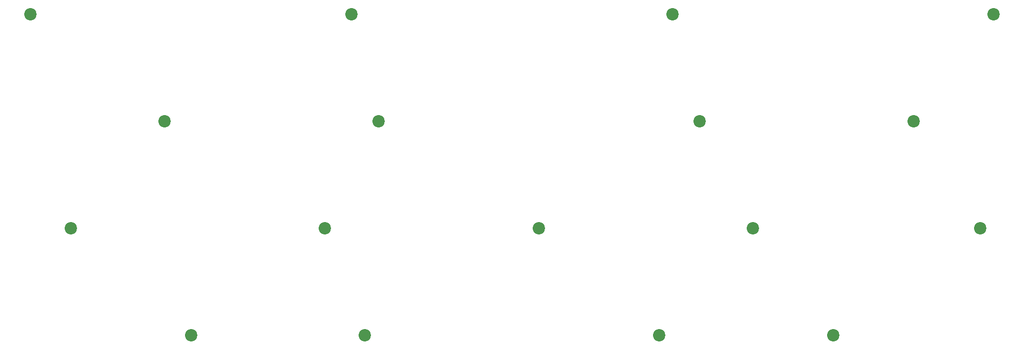
<source format=gbr>
%TF.GenerationSoftware,KiCad,Pcbnew,(7.0.0)*%
%TF.CreationDate,2023-08-01T20:03:55+02:00*%
%TF.ProjectId,travaulta plate topre,74726176-6175-46c7-9461-20706c617465,rev?*%
%TF.SameCoordinates,Original*%
%TF.FileFunction,Soldermask,Bot*%
%TF.FilePolarity,Negative*%
%FSLAX46Y46*%
G04 Gerber Fmt 4.6, Leading zero omitted, Abs format (unit mm)*
G04 Created by KiCad (PCBNEW (7.0.0)) date 2023-08-01 20:03:55*
%MOMM*%
%LPD*%
G01*
G04 APERTURE LIST*
%ADD10C,2.200000*%
G04 APERTURE END LIST*
D10*
%TO.C,H5*%
X115887500Y-95250000D03*
%TD*%
%TO.C,*%
X175418750Y-114300000D03*
%TD*%
%TO.C,*%
X70643750Y-95250000D03*
%TD*%
%TO.C,*%
X92075000Y-114300000D03*
%TD*%
%TO.C,*%
X206375000Y-114300000D03*
%TD*%
%TO.C,*%
X177800000Y-57150000D03*
%TD*%
%TO.C,*%
X123031250Y-114300000D03*
%TD*%
%TO.C,*%
X192087500Y-95250000D03*
%TD*%
%TO.C,*%
X120650000Y-57150000D03*
%TD*%
%TO.C,*%
X220662500Y-76200000D03*
%TD*%
%TO.C,*%
X63500000Y-57150000D03*
%TD*%
%TO.C,*%
X153987500Y-95250000D03*
%TD*%
%TO.C,*%
X87312500Y-76200000D03*
%TD*%
%TO.C,*%
X232568750Y-95250000D03*
%TD*%
%TO.C,*%
X234950000Y-57150000D03*
%TD*%
%TO.C,*%
X182562500Y-76200000D03*
%TD*%
%TO.C,*%
X125412500Y-76200000D03*
%TD*%
M02*

</source>
